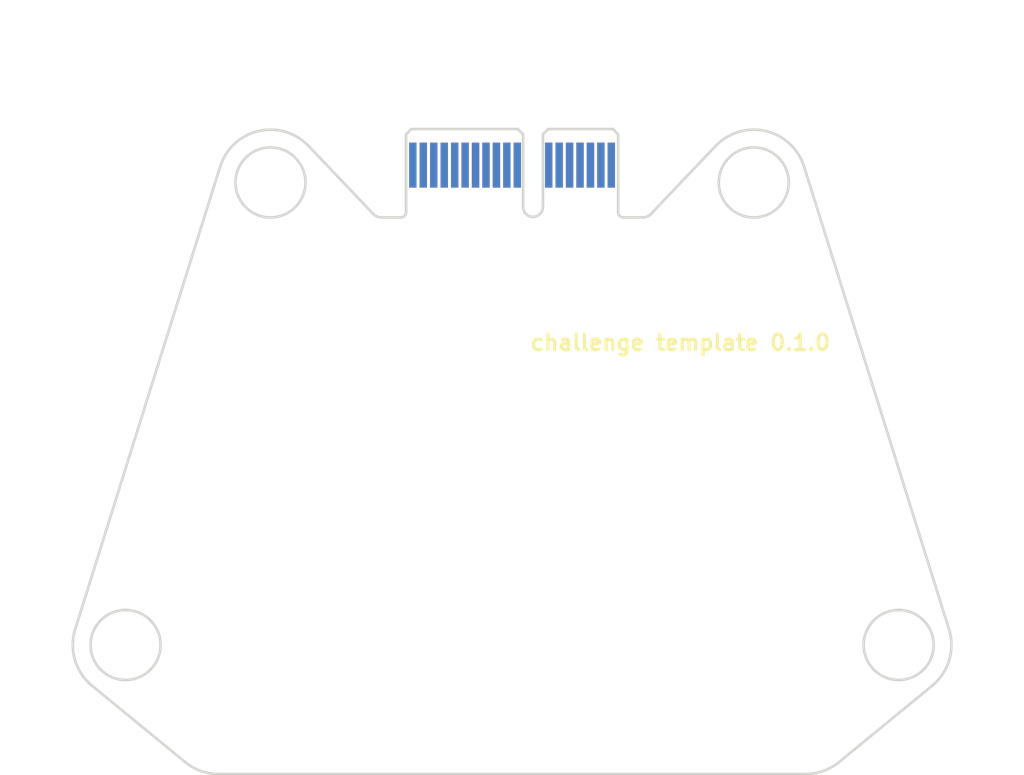
<source format=kicad_pcb>
(kicad_pcb (version 20241229) (generator "pcbnew") (generator_version "9.0")
  (layers (0 "F.Cu" signal) (2 "B.Cu" signal) (13 "F.Paste" user) (15 "B.Paste" user) (5 "F.SilkS" user "F.Silkscreen") (7 "B.SilkS" user "B.Silkscreen") (1 "F.Mask" user) (3 "B.Mask" user) (25 "Edge.Cuts" user))
  (net 0 "")
  (net 3 "+BAT")
  (net 4 "GND")
  (net 5 "+3.3V")
  (net 6 "+5V")
  (net 7 "CANN")
  (net 8 "CANP")
  (footprint "Connector_PCBEdge:BUS_PCIexpress_x1" (layer "B.Cu") (at 136.913 64.138595)
    (property "Reference" "J1" (hide yes))
    (property "Value" "Bus_PCI_Express_x1" (hide yes))
    (fp_line (start -0.65 -2.95) (end -0.65 4.506267) (stroke (width 0.25)) (layer "Edge.Cuts"))
    (fp_line (start -0.15 -3.45) (end -0.65 -2.95) (stroke (width 0.25)) (layer "Edge.Cuts"))
    (fp_line (start 10.05 -3.45) (end -0.15 -3.45) (stroke (width 0.25)) (layer "Edge.Cuts"))
    (fp_line (start 10.05 -3.45) (end 10.55 -2.95) (stroke (width 0.25)) (layer "Edge.Cuts"))
    (fp_line (start 10.55 -2.95) (end 10.55 4) (stroke (width 0.25)) (layer "Edge.Cuts"))
    (fp_line (start 12.45 -2.95) (end 12.45 4) (stroke (width 0.25)) (layer "Edge.Cuts"))
    (fp_line (start 12.95 -3.45) (end 12.45 -2.95) (stroke (width 0.25)) (layer "Edge.Cuts"))
    (fp_line (start 19.15 -3.45) (end 12.95 -3.45) (stroke (width 0.25)) (layer "Edge.Cuts"))
    (fp_line (start 19.15 -3.45) (end 19.65 -2.95) (stroke (width 0.25)) (layer "Edge.Cuts"))
    (fp_line (start 19.65 4.506267) (end 19.65 -2.95) (stroke (width 0.25)) (layer "Edge.Cuts"))
    (fp_arc (start 12.45 4) (mid 11.5 4.95) (end 10.55 4) (stroke (width 0.25)) (layer "Edge.Cuts"))
    (pad "A1" connect rect (at 0 0) (size 0.7 4.3) (layers "F.Cu" "F.Mask") (net 8 "CANP"))
    (pad "A2" connect rect (at 1 0) (size 0.7 4.3) (layers "F.Cu" "F.Mask"))
    (pad "A3" connect rect (at 2 0) (size 0.7 4.3) (layers "F.Cu" "F.Mask") (net 7 "CANN"))
    (pad "A4" connect rect (at 3 0) (size 0.7 4.3) (layers "F.Cu" "F.Mask") (net 4 "GND"))
    (pad "A5" connect rect (at 4 0) (size 0.7 4.3) (layers "F.Cu" "F.Mask") (net 4 "GND"))
    (pad "A6" connect rect (at 5 0) (size 0.7 4.3) (layers "F.Cu" "F.Mask") (net 4 "GND"))
    (pad "A7" connect rect (at 6 0) (size 0.7 4.3) (layers "F.Cu" "F.Mask") (net 4 "GND"))
    (pad "A8" connect rect (at 7 0) (size 0.7 4.3) (layers "F.Cu" "F.Mask"))
    (pad "A9" connect rect (at 8 0) (size 0.7 4.3) (layers "F.Cu" "F.Mask") (net 5 "+3.3V"))
    (pad "A10" connect rect (at 9 0) (size 0.7 4.3) (layers "F.Cu" "F.Mask") (net 5 "+3.3V"))
    (pad "A11" connect rect (at 10 0) (size 0.7 4.3) (layers "F.Cu" "F.Mask") (net 5 "+3.3V"))
    (pad "A12" connect rect (at 13 0) (size 0.7 4.3) (layers "F.Cu" "F.Mask") (net 6 "+5V"))
    (pad "A13" connect rect (at 14 0) (size 0.7 4.3) (layers "F.Cu" "F.Mask") (net 6 "+5V"))
    (pad "A14" connect rect (at 15 0) (size 0.7 4.3) (layers "F.Cu" "F.Mask") (net 6 "+5V"))
    (pad "A15" connect rect (at 16 0) (size 0.7 4.3) (layers "F.Cu" "F.Mask"))
    (pad "A16" connect rect (at 17 0) (size 0.7 4.3) (layers "F.Cu" "F.Mask") (net 3 "+BAT"))
    (pad "A17" connect rect (at 18 0) (size 0.7 4.3) (layers "F.Cu" "F.Mask") (net 3 "+BAT"))
    (pad "A18" connect rect (at 19 0) (size 0.7 4.3) (layers "F.Cu" "F.Mask") (net 3 "+BAT"))
    (pad "B1" connect rect (at 0 0) (size 0.7 4.3) (layers "B.Cu" "B.Mask") (net 4 "GND"))
    (pad "B2" connect rect (at 1 0) (size 0.7 4.3) (layers "B.Cu" "B.Mask") (net 4 "GND"))
    (pad "B3" connect rect (at 2 0) (size 0.7 4.3) (layers "B.Cu" "B.Mask") (net 4 "GND"))
    (pad "B4" connect rect (at 3 0) (size 0.7 4.3) (layers "B.Cu" "B.Mask") (net 4 "GND"))
    (pad "B5" connect rect (at 4 0) (size 0.7 4.3) (layers "B.Cu" "B.Mask") (net 4 "GND"))
    (pad "B6" connect rect (at 5 0) (size 0.7 4.3) (layers "B.Cu" "B.Mask") (net 4 "GND"))
    (pad "B7" connect rect (at 6 0) (size 0.7 4.3) (layers "B.Cu" "B.Mask") (net 4 "GND"))
    (pad "B8" connect rect (at 7 0) (size 0.7 4.3) (layers "B.Cu" "B.Mask"))
    (pad "B9" connect rect (at 8 0) (size 0.7 4.3) (layers "B.Cu" "B.Mask") (net 5 "+3.3V"))
    (pad "B10" connect rect (at 9 0) (size 0.7 4.3) (layers "B.Cu" "B.Mask") (net 5 "+3.3V"))
    (pad "B11" connect rect (at 10 0) (size 0.7 4.3) (layers "B.Cu" "B.Mask") (net 5 "+3.3V"))
    (pad "B12" connect rect (at 13 0) (size 0.7 4.3) (layers "B.Cu" "B.Mask") (net 6 "+5V"))
    (pad "B13" connect rect (at 14 0) (size 0.7 4.3) (layers "B.Cu" "B.Mask") (net 6 "+5V"))
    (pad "B14" connect rect (at 15 0) (size 0.7 4.3) (layers "B.Cu" "B.Mask") (net 6 "+5V"))
    (pad "B15" connect rect (at 16 0) (size 0.7 4.3) (layers "B.Cu" "B.Mask"))
    (pad "B16" connect rect (at 17 0) (size 0.7 4.3) (layers "B.Cu" "B.Mask") (net 3 "+BAT"))
    (pad "B17" connect rect (at 18 0) (size 0.7 4.3) (layers "B.Cu" "B.Mask") (net 3 "+BAT"))
    (pad "B18" connect rect (at 19 0) (size 0.7 4.3) (layers "B.Cu" "B.Mask") (net 3 "+BAT"))
  )
  (gr_line (start 159.678146 68.835513) (end 165.883818 62.312636) (stroke (width 0.25)) (layer "Edge.Cuts"))
  (gr_line (start 133.143972 68.831791) (end 126.941843 62.312637) (stroke (width 0.25)) (layer "Edge.Cuts"))
  (gr_line (start 174.511605 122.419976) (end 118.31403 122.419976) (stroke (width 0.25)) (layer "Edge.Cuts"))
  (gr_circle (center 183.413305 110.068595) (end 180.063305 110.068595) (stroke (width 0.25)) (fill no) (layer "Edge.Cuts"))
  (gr_arc (start 159.678146 68.835513) (mid 159.347804 69.065283) (end 158.95364 69.146243) (stroke (width 0.25)) (layer "Edge.Cuts"))
  (gr_arc (start 188.23235 108.558858) (mid 188.252259 111.513246) (end 186.615928 113.973169) (stroke (width 0.25)) (layer "Edge.Cuts"))
  (gr_line (start 133.87203 69.146243) (end 135.755183 69.146243) (stroke (width 0.25)) (layer "Edge.Cuts"))
  (gr_arc (start 118.31403 122.419976) (mid 116.613396 122.125003) (end 115.111431 121.274551) (stroke (width 0.25)) (layer "Edge.Cuts"))
  (gr_line (start 158.95364 69.146243) (end 157.070478 69.146243) (stroke (width 0.25)) (layer "Edge.Cuts"))
  (gr_line (start 174.361605 64.283721) (end 174.361606 64.283721) (stroke (width 0.25)) (layer "Edge.Cuts"))
  (gr_line (start 186.615928 113.973169) (end 177.714231 121.274549) (stroke (width 0.25)) (layer "Edge.Cuts"))
  (gr_arc (start 133.87203 69.146243) (mid 133.475493 69.064276) (end 133.143972 68.831791) (stroke (width 0.25)) (layer "Edge.Cuts"))
  (gr_arc (start 165.883818 62.312636) (mid 170.686181 60.874652) (end 174.361605 64.283721) (stroke (width 0.25)) (layer "Edge.Cuts"))
  (gr_arc (start 118.464055 64.28372) (mid 122.13948 60.874652) (end 126.941843 62.312637) (stroke (width 0.25)) (layer "Edge.Cuts"))
  (gr_circle (center 109.412355 110.068595) (end 106.062355 110.068595) (stroke (width 0.25)) (fill no) (layer "Edge.Cuts"))
  (gr_arc (start 136.255183 68.646276) (mid 136.108734 68.999813) (end 135.755183 69.146243) (stroke (width 0.25)) (layer "Edge.Cuts"))
  (gr_line (start 174.361606 64.283721) (end 188.23235 108.558858) (stroke (width 0.25)) (layer "Edge.Cuts"))
  (gr_circle (center 169.54256 65.793456) (end 166.19256 65.793456) (stroke (width 0.25)) (fill no) (layer "Edge.Cuts"))
  (gr_circle (center 123.2831 65.793456) (end 119.9331 65.793456) (stroke (width 0.25)) (fill no) (layer "Edge.Cuts"))
  (gr_line (start 106.209767 113.973198) (end 115.111431 121.274551) (stroke (width 0.25)) (layer "Edge.Cuts"))
  (gr_line (start 118.464055 64.28372) (end 118.464054 64.28372) (stroke (width 0.25)) (layer "Edge.Cuts"))
  (gr_arc (start 157.070478 69.146243) (mid 156.716924 68.999796) (end 156.570477 68.646242) (stroke (width 0.25)) (layer "Edge.Cuts"))
  (gr_line (start 118.464054 64.28372) (end 104.588376 108.574607) (stroke (width 0.25)) (layer "Edge.Cuts"))
  (gr_arc (start 106.209767 113.973198) (mid 104.575789 111.521169) (end 104.588376 108.574607) (stroke (width 0.25)) (layer "Edge.Cuts"))
  (gr_arc (start 177.714231 121.274549) (mid 176.212253 122.125005) (end 174.511605 122.419976) (stroke (width 0.25)) (layer "Edge.Cuts"))
  (gr_text "challenge template 0.1.0" (at 148 82 0) (layer "F.SilkS") (effects (font (size 1.5 1.5) (thickness 0.3) (bold yes)) (justify left bottom)))
)
</source>
